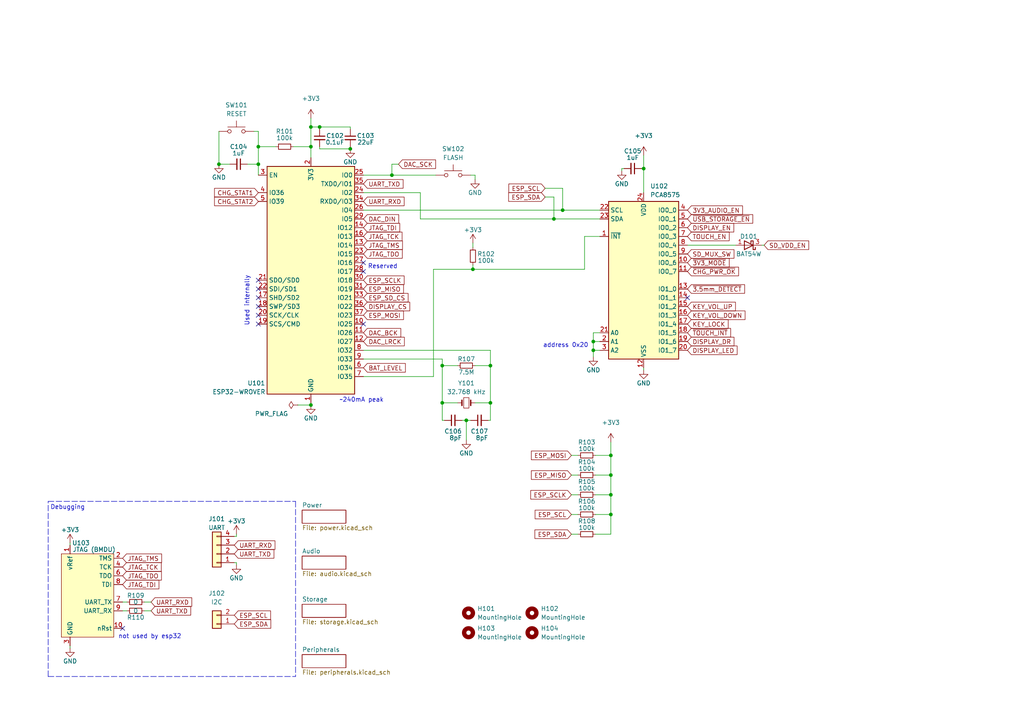
<source format=kicad_sch>
(kicad_sch (version 20211123) (generator eeschema)
  (paper "A4")
  (title_block (date "2022-09-04") (rev "1"))
  (lib_symbols
    (symbol "Connector_Generic:Conn_01x02" (pin_names (offset 1.016) hide)
      (property "Reference" "J" (at 0 2.54 0))
      (property "Value" "Conn_01x02" (at 0 -5.08 0))
      (symbol "Conn_01x02_1_1"
        (rectangle (start -1.27 -2.413) (end 0 -2.667) (stroke (width 0.1524)))
        (rectangle (start -1.27 0.127) (end 0 -0.127) (stroke (width 0.1524)))
        (rectangle (start -1.27 1.27) (end 1.27 -3.81) (stroke (width 0.254)) (fill (type background)))
        (pin passive line (at -5.08 0 0) (length 3.81) (name "Pin_1") (number "1"))
        (pin passive line (at -5.08 -2.54 0) (length 3.81) (name "Pin_2") (number "2"))
      )
    )
    (symbol "Connector_Generic:Conn_01x04" (pin_names (offset 1.016) hide)
      (property "Reference" "J" (at 0 5.08 0))
      (property "Value" "Conn_01x04" (at 0 -7.62 0))
      (symbol "Conn_01x04_1_1"
        (rectangle (start -1.27 -4.953) (end 0 -5.207) (stroke (width 0.1524)))
        (rectangle (start -1.27 -2.413) (end 0 -2.667) (stroke (width 0.1524)))
        (rectangle (start -1.27 0.127) (end 0 -0.127) (stroke (width 0.1524)))
        (rectangle (start -1.27 2.667) (end 0 2.413) (stroke (width 0.1524)))
        (rectangle (start -1.27 3.81) (end 1.27 -6.35) (stroke (width 0.254)) (fill (type background)))
        (pin passive line (at -5.08 2.54 0) (length 3.81) (name "Pin_1") (number "1"))
        (pin passive line (at -5.08 0 0) (length 3.81) (name "Pin_2") (number "2"))
        (pin passive line (at -5.08 -2.54 0) (length 3.81) (name "Pin_3") (number "3"))
        (pin passive line (at -5.08 -5.08 0) (length 3.81) (name "Pin_4") (number "4"))
      )
    )
    (symbol "Device:C_Small" (pin_numbers hide) (pin_names (offset 0.254) hide)
      (property "Reference" "C" (at 0.254 1.778 0))
      (property "Value" "C_Small" (at 0.254 -2.032 0))
      (symbol "C_Small_0_1"
        (polyline (pts (xy -1.524 -0.508) (xy 1.524 -0.508)) (stroke (width 0.3302)))
        (polyline (pts (xy -1.524 0.508) (xy 1.524 0.508)) (stroke (width 0.3048)))
      )
      (symbol "C_Small_1_1"
        (pin passive line (at 0 2.54 270) (length 2.032) (name "~") (number "1"))
        (pin passive line (at 0 -2.54 90) (length 2.032) (name "~") (number "2"))
      )
    )
    (symbol "Device:Crystal_Small" (pin_numbers hide) (pin_names (offset 1.016) hide)
      (property "Reference" "Y" (at 0 2.54 0))
      (property "Value" "Crystal_Small" (at 0 -2.54 0))
      (symbol "Crystal_Small_0_1"
        (rectangle (start -0.762 -1.524) (end 0.762 1.524))
        (polyline (pts (xy -1.27 -0.762) (xy -1.27 0.762)) (stroke (width 0.381)))
        (polyline (pts (xy 1.27 -0.762) (xy 1.27 0.762)) (stroke (width 0.381)))
      )
      (symbol "Crystal_Small_1_1"
        (pin passive line (at -2.54 0 0) (length 1.27) (name "1") (number "1"))
        (pin passive line (at 2.54 0 180) (length 1.27) (name "2") (number "2"))
      )
    )
    (symbol "Device:R_Small" (pin_numbers hide) (pin_names (offset 0.254) hide)
      (property "Reference" "R" (at 0.762 0.508 0))
      (property "Value" "R_Small" (at 0.762 -1.016 0))
      (symbol "R_Small_0_1"
        (rectangle (start -0.762 1.778) (end 0.762 -1.778) (stroke (width 0.2032)))
      )
      (symbol "R_Small_1_1"
        (pin passive line (at 0 2.54 270) (length 0.762) (name "~") (number "1"))
        (pin passive line (at 0 -2.54 90) (length 0.762) (name "~") (number "2"))
      )
    )
    (symbol "Diode:BAT54W" (pin_names (offset 1.016) hide)
      (property "Reference" "D" (at 0 2.54 0))
      (property "Value" "BAT54W" (at 0 -2.54 0))
      (symbol "BAT54W_0_1"
        (polyline (pts (xy 1.27 0) (xy -1.27 0)))
        (polyline (pts (xy 1.27 1.27) (xy 1.27 -1.27) (xy -1.27 0) (xy 1.27 1.27)) (stroke (width 0.254)))
        (polyline (pts (xy -1.905 0.635) (xy -1.905 1.27) (xy -1.27 1.27) (xy -1.27 -1.27) (xy -0.635 -1.27) (xy -0.635 -0.635)) (stroke (width 0.254)))
      )
      (symbol "BAT54W_1_1"
        (pin passive line (at 3.81 0 180) (length 2.54) (name "A") (number "1"))
        (pin no_connect line (at 0 0 90) (length 2.54) hide (name "NC") (number "2"))
        (pin passive line (at -3.81 0 0) (length 2.54) (name "K") (number "3"))
      )
    )
    (symbol "Interface_Expansion:PCA9555D"
      (property "Reference" "U" (at -8.89 24.13 0))
      (property "Value" "PCA9555D" (at 6.35 24.13 0))
      (symbol "PCA9555D_0_1"
        (rectangle (start -10.16 22.86) (end 10.16 -22.86) (stroke (width 0.254)) (fill (type background)))
      )
      (symbol "PCA9555D_1_1"
        (pin open_collector line (at -12.7 12.7 0) (length 2.54) (name "~{INT}") (number "1"))
        (pin bidirectional line (at 12.7 5.08 180) (length 2.54) (name "IO0_6") (number "10"))
        (pin bidirectional line (at 12.7 2.54 180) (length 2.54) (name "IO0_7") (number "11"))
        (pin power_in line (at 0 -25.4 90) (length 2.54) (name "VSS") (number "12"))
        (pin bidirectional line (at 12.7 -2.54 180) (length 2.54) (name "IO1_0") (number "13"))
        (pin bidirectional line (at 12.7 -5.08 180) (length 2.54) (name "IO1_1") (number "14"))
        (pin bidirectional line (at 12.7 -7.62 180) (length 2.54) (name "IO1_2") (number "15"))
        (pin bidirectional line (at 12.7 -10.16 180) (length 2.54) (name "IO1_3") (number "16"))
        (pin bidirectional line (at 12.7 -12.7 180) (length 2.54) (name "IO1_4") (number "17"))
        (pin bidirectional line (at 12.7 -15.24 180) (length 2.54) (name "IO1_5") (number "18"))
        (pin bidirectional line (at 12.7 -17.78 180) (length 2.54) (name "IO1_6") (number "19"))
        (pin input line (at -12.7 -17.78 0) (length 2.54) (name "A1") (number "2"))
        (pin bidirectional line (at 12.7 -20.32 180) (length 2.54) (name "IO1_7") (number "20"))
        (pin input line (at -12.7 -15.24 0) (length 2.54) (name "A0") (number "21"))
        (pin input line (at -12.7 20.32 0) (length 2.54) (name "SCL") (number "22"))
        (pin bidirectional line (at -12.7 17.78 0) (length 2.54) (name "SDA") (number "23"))
        (pin power_in line (at 0 25.4 270) (length 2.54) (name "VDD") (number "24"))
        (pin input line (at -12.7 -20.32 0) (length 2.54) (name "A2") (number "3"))
        (pin bidirectional line (at 12.7 20.32 180) (length 2.54) (name "IO0_0") (number "4"))
        (pin bidirectional line (at 12.7 17.78 180) (length 2.54) (name "IO0_1") (number "5"))
        (pin bidirectional line (at 12.7 15.24 180) (length 2.54) (name "IO0_2") (number "6"))
        (pin bidirectional line (at 12.7 12.7 180) (length 2.54) (name "IO0_3") (number "7"))
        (pin bidirectional line (at 12.7 10.16 180) (length 2.54) (name "IO0_4") (number "8"))
        (pin bidirectional line (at 12.7 7.62 180) (length 2.54) (name "IO0_5") (number "9"))
      )
    )
    (symbol "Mechanical:MountingHole" (pin_names (offset 1.016))
      (property "Reference" "H" (at 0 5.08 0))
      (property "Value" "MountingHole" (at 0 3.175 0))
      (symbol "MountingHole_0_1"
        (circle (center 0 0) (radius 1.27) (stroke (width 1.27)))
      )
    )
    (symbol "RF_Module:ESP32-WROOM-32U"
      (property "Reference" "U101" (at -18.415 -29.845 0))
      (property "Value" "ESP32-WROOM-32UE" (at -34.29 -32.385 0))
      (symbol "ESP32-WROOM-32U_0_1"
        (rectangle (start -12.7 33.02) (end 12.7 -33.02) (stroke (width 0.254)) (fill (type background)))
      )
      (symbol "ESP32-WROOM-32U_1_1"
        (pin power_in line (at 0 -35.56 90) (length 2.54) (name "GND") (number "1"))
        (pin bidirectional line (at 15.24 -12.7 180) (length 2.54) (name "IO25") (number "10"))
        (pin bidirectional line (at 15.24 -15.24 180) (length 2.54) (name "IO26") (number "11"))
        (pin bidirectional line (at 15.24 -17.78 180) (length 2.54) (name "IO27") (number "12"))
        (pin bidirectional line (at 15.24 10.16 180) (length 2.54) (name "IO14") (number "13"))
        (pin bidirectional line (at 15.24 15.24 180) (length 2.54) (name "IO12") (number "14"))
        (pin passive line (at 0 -35.56 90) (length 2.54) hide (name "GND") (number "15"))
        (pin bidirectional line (at 15.24 12.7 180) (length 2.54) (name "IO13") (number "16"))
        (pin bidirectional line (at -15.24 -5.08 0) (length 2.54) (name "SHD/SD2") (number "17"))
        (pin bidirectional line (at -15.24 -7.62 0) (length 2.54) (name "SWP/SD3") (number "18"))
        (pin bidirectional line (at -15.24 -12.7 0) (length 2.54) (name "SCS/CMD") (number "19"))
        (pin power_in line (at 0 35.56 270) (length 2.54) (name "3V3") (number "2"))
        (pin bidirectional line (at -15.24 -10.16 0) (length 2.54) (name "SCK/CLK") (number "20"))
        (pin bidirectional line (at -15.24 0 0) (length 2.54) (name "SDO/SD0") (number "21"))
        (pin bidirectional line (at -15.24 -2.54 0) (length 2.54) (name "SDI/SD1") (number "22"))
        (pin bidirectional line (at 15.24 7.62 180) (length 2.54) (name "IO15") (number "23"))
        (pin bidirectional line (at 15.24 25.4 180) (length 2.54) (name "IO2") (number "24"))
        (pin bidirectional line (at 15.24 30.48 180) (length 2.54) (name "IO0") (number "25"))
        (pin bidirectional line (at 15.24 20.32 180) (length 2.54) (name "IO4") (number "26"))
        (pin bidirectional line (at 15.24 5.08 180) (length 2.54) (name "IO16") (number "27"))
        (pin bidirectional line (at 15.24 2.54 180) (length 2.54) (name "IO17") (number "28"))
        (pin bidirectional line (at 15.24 17.78 180) (length 2.54) (name "IO5") (number "29"))
        (pin input line (at -15.24 30.48 0) (length 2.54) (name "EN") (number "3"))
        (pin bidirectional line (at 15.24 0 180) (length 2.54) (name "IO18") (number "30"))
        (pin bidirectional line (at 15.24 -2.54 180) (length 2.54) (name "IO19") (number "31"))
        (pin no_connect line (at -12.7 -27.94 0) (length 2.54) hide (name "NC") (number "32"))
        (pin bidirectional line (at 15.24 -5.08 180) (length 2.54) (name "IO21") (number "33"))
        (pin bidirectional line (at 15.24 22.86 180) (length 2.54) (name "RXD0/IO3") (number "34"))
        (pin bidirectional line (at 15.24 27.94 180) (length 2.54) (name "TXD0/IO1") (number "35"))
        (pin bidirectional line (at 15.24 -7.62 180) (length 2.54) (name "IO22") (number "36"))
        (pin bidirectional line (at 15.24 -10.16 180) (length 2.54) (name "IO23") (number "37"))
        (pin passive line (at 0 -35.56 90) (length 2.54) hide (name "GND") (number "38"))
        (pin passive line (at 0 -35.56 90) (length 2.54) hide (name "GND") (number "39"))
        (pin input line (at -15.24 25.4 0) (length 2.54) (name "IO36") (number "4"))
        (pin input line (at -15.24 22.86 0) (length 2.54) (name "IO39") (number "5"))
        (pin input line (at 15.24 -25.4 180) (length 2.54) (name "IO34") (number "6"))
        (pin input line (at 15.24 -27.94 180) (length 2.54) (name "IO35") (number "7"))
        (pin bidirectional line (at 15.24 -20.32 180) (length 2.54) (name "IO32") (number "8"))
        (pin bidirectional line (at 15.24 -22.86 180) (length 2.54) (name "IO33") (number "9"))
      )
    )
    (symbol "Switch:SW_Push" (pin_numbers hide) (pin_names (offset 1.016) hide)
      (property "Reference" "SW" (at 1.27 2.54 0))
      (property "Value" "SW_Push" (at 0 -1.524 0))
      (symbol "SW_Push_0_1"
        (circle (center -2.032 0) (radius 0.508))
        (polyline (pts (xy 0 1.27) (xy 0 3.048)))
        (polyline (pts (xy 2.54 1.27) (xy -2.54 1.27)))
        (circle (center 2.032 0) (radius 0.508))
        (pin passive line (at -5.08 0 0) (length 2.54) (name "1") (number "1"))
        (pin passive line (at 5.08 0 180) (length 2.54) (name "2") (number "2"))
      )
    )
    (symbol "power:+3V3" (power) (pin_names (offset 0))
      (property "Value" "+3V3" (at 0 3.556 0))
      (symbol "+3V3_0_1"
        (polyline (pts (xy -0.762 1.27) (xy 0 2.54)))
        (polyline (pts (xy 0 0) (xy 0 2.54)))
        (polyline (pts (xy 0 2.54) (xy 0.762 1.27)))
      )
      (symbol "+3V3_1_1"
        (pin power_in line (at 0 0 90) (length 0) hide (name "+3V3") (number "1"))
      )
    )
    (symbol "power:GND" (power) (pin_names (offset 0))
      (property "Value" "GND" (at 0 -3.81 0))
      (symbol "GND_0_1"
        (polyline (pts (xy 0 0) (xy 0 -1.27) (xy 1.27 -1.27) (xy 0 -2.54) (xy -1.27 -1.27) (xy 0 -1.27)))
      )
      (symbol "GND_1_1"
        (pin power_in line (at 0 0 270) (length 0) hide (name "GND") (number "1"))
      )
    )
    (symbol "power:PWR_FLAG" (power) (pin_numbers hide) (pin_names (offset 0) hide)
      (property "Value" "PWR_FLAG" (at 0 3.81 0))
      (symbol "PWR_FLAG_0_0"
        (pin power_out line (at 0 0 90) (length 0) (name "pwr") (number "1"))
      )
      (symbol "PWR_FLAG_0_1"
        (polyline (pts (xy 0 0) (xy 0 1.27) (xy -1.016 1.905) (xy 0 2.54) (xy 1.016 1.905) (xy 0 1.27)))
      )
    )
    (symbol "symbols:BMDU"
      (property "Reference" "U" (at -5.08 6.35 0))
      (property "Value" "BMDU" (at -5.08 6.35 0))
      (symbol "BMDU_0_0"
        (pin unspecified line (at -5.08 20.32 270) (length 2.54) (name "vRef") (number "1"))
        (pin unspecified line (at 10.16 -3.81 180) (length 2.54) (name "nRst") (number "10"))
        (pin unspecified line (at 10.16 16.51 180) (length 2.54) (name "TMS") (number "2"))
        (pin unspecified line (at -5.08 -8.89 90) (length 2.54) (name "GND") (number "3"))
        (pin unspecified line (at 10.16 13.97 180) (length 2.54) (name "TCK") (number "4"))
        (pin unspecified line (at -5.08 -8.89 90) (length 2.54) hide (name "GND") (number "5"))
        (pin unspecified line (at 10.16 11.43 180) (length 2.54) (name "TDO") (number "6"))
        (pin unspecified line (at 10.16 3.81 180) (length 2.54) (name "UART_TX") (number "7"))
        (pin unspecified line (at 10.16 8.89 180) (length 2.54) (name "TDI") (number "8"))
        (pin unspecified line (at 10.16 1.27 180) (length 2.54) (name "UART_RX") (number "9"))
      )
      (symbol "BMDU_0_1"
        (rectangle (start -7.62 17.78) (end 7.62 -6.35) (fill (type background)))
      )
    )
  )
  (junction (at 90.17 42.545))
  (junction (at 128.27 106.045))
  (junction (at 177.165 143.51))
  (junction (at 137.16 78.105))
  (junction (at 113.665 50.8))
  (junction (at 163.195 60.96))
  (junction (at 177.165 132.08))
  (junction (at 172.085 101.6))
  (junction (at 135.255 121.92))
  (junction (at 101.6 43.18))
  (junction (at 63.5 47.625))
  (junction (at 160.655 63.5))
  (junction (at 74.93 47.625))
  (junction (at 172.085 99.06))
  (junction (at 92.71 36.83))
  (junction (at 142.24 106.045))
  (junction (at 177.165 137.795))
  (junction (at 90.17 36.83))
  (junction (at 142.24 116.84))
  (junction (at 128.27 116.84))
  (junction (at 177.165 149.225))
  (junction (at 74.93 42.545))
  (junction (at 186.69 48.895))
  (junction (at 90.17 117.475))
  (no_connect (at 74.93 81.28))
  (no_connect (at 74.93 83.82))
  (no_connect (at 74.93 86.36))
  (no_connect (at 74.93 88.9))
  (no_connect (at 74.93 91.44))
  (no_connect (at 74.93 93.98))
  (no_connect (at 105.41 76.2))
  (no_connect (at 105.41 78.74))
  (no_connect (at 35.56 182.245))
  (no_connect (at 199.39 86.36))
  (no_connect (at 105.41 93.98))
  (wire (pts (xy 165.735 149.225) (xy 167.64 149.225)))
  (wire (pts (xy 173.99 99.06) (xy 172.085 99.06)))
  (wire (pts (xy 128.27 116.84) (xy 132.715 116.84)))
  (wire (pts (xy 172.72 149.225) (xy 177.165 149.225)))
  (wire (pts (xy 180.975 48.895) (xy 180.34 48.895)))
  (wire (pts (xy 142.24 106.045) (xy 142.24 116.84)))
  (wire (pts (xy 36.8151 177.165) (xy 35.56 177.165)))
  (wire (pts (xy 169.545 78.105) (xy 137.16 78.105)))
  (wire (pts (xy 113.665 47.625) (xy 113.665 50.8)))
  (wire (pts (xy 172.085 96.52) (xy 172.085 99.06)))
  (wire (pts (xy 172.72 132.08) (xy 177.165 132.08)))
  (wire (pts (xy 165.735 143.51) (xy 167.64 143.51)))
  (wire (pts (xy 73.66 38.1) (xy 74.93 38.1)))
  (wire (pts (xy 128.27 116.84) (xy 128.27 121.92)))
  (wire (pts (xy 137.795 50.8) (xy 137.795 52.07)))
  (wire (pts (xy 105.41 101.6) (xy 142.24 101.6)))
  (wire (pts (xy 92.71 42.545) (xy 92.71 43.18)))
  (wire (pts (xy 63.5 38.1) (xy 63.5 47.625)))
  (wire (pts (xy 105.41 104.14) (xy 128.27 104.14)))
  (wire (pts (xy 177.165 143.51) (xy 177.165 149.225)))
  (wire (pts (xy 90.17 36.83) (xy 90.17 42.545)))
  (wire (pts (xy 121.92 55.88) (xy 121.92 63.5)))
  (wire (pts (xy 85.09 42.545) (xy 90.17 42.545)))
  (wire (pts (xy 158.115 54.61) (xy 163.195 54.61)))
  (wire (pts (xy 105.41 55.88) (xy 121.92 55.88)))
  (wire (pts (xy 165.735 137.795) (xy 167.64 137.795)))
  (wire (pts (xy 74.93 38.1) (xy 74.93 42.545)))
  (wire (pts (xy 67.945 163.195) (xy 68.58 163.195)))
  (wire (pts (xy 165.735 132.08) (xy 167.64 132.08)))
  (wire (pts (xy 135.255 121.92) (xy 135.255 127.635)))
  (wire (pts (xy 71.755 47.625) (xy 74.93 47.625)))
  (wire (pts (xy 90.17 117.475) (xy 90.17 116.84)))
  (wire (pts (xy 74.93 42.545) (xy 74.93 47.625)))
  (wire (pts (xy 92.71 36.83) (xy 101.6 36.83)))
  (wire (pts (xy 20.32 157.48) (xy 20.32 158.115)))
  (wire (pts (xy 186.69 107.315) (xy 186.69 106.68)))
  (wire (pts (xy 36.83 174.625) (xy 35.56 174.625)))
  (wire (pts (xy 43.815 177.165) (xy 41.8951 177.165)))
  (polyline (pts (xy 13.97 196.215) (xy 13.97 145.415)))
  (wire (pts (xy 221.615 71.12) (xy 220.98 71.12)))
  (wire (pts (xy 177.165 128.27) (xy 177.165 132.08)))
  (wire (pts (xy 105.41 50.8) (xy 113.665 50.8)))
  (wire (pts (xy 142.24 101.6) (xy 142.24 106.045)))
  (wire (pts (xy 186.69 45.085) (xy 186.69 48.895)))
  (wire (pts (xy 172.72 143.51) (xy 177.165 143.51)))
  (wire (pts (xy 177.165 149.225) (xy 177.165 154.94)))
  (wire (pts (xy 177.165 154.94) (xy 172.72 154.94)))
  (wire (pts (xy 101.6 37.465) (xy 101.6 36.83)))
  (wire (pts (xy 115.57 47.625) (xy 113.665 47.625)))
  (wire (pts (xy 133.985 121.92) (xy 135.255 121.92)))
  (wire (pts (xy 90.17 42.545) (xy 90.17 45.72)))
  (wire (pts (xy 169.545 68.58) (xy 173.99 68.58)))
  (wire (pts (xy 128.27 106.045) (xy 132.715 106.045)))
  (wire (pts (xy 128.27 106.045) (xy 128.27 116.84)))
  (wire (pts (xy 136.525 50.8) (xy 137.795 50.8)))
  (wire (pts (xy 177.165 137.795) (xy 177.165 143.51)))
  (wire (pts (xy 68.58 154.94) (xy 68.58 155.575)))
  (wire (pts (xy 113.665 50.8) (xy 126.365 50.8)))
  (wire (pts (xy 163.195 60.96) (xy 173.99 60.96)))
  (wire (pts (xy 142.24 116.84) (xy 142.24 121.92)))
  (wire (pts (xy 169.545 68.58) (xy 169.545 78.105)))
  (wire (pts (xy 63.5 47.625) (xy 66.675 47.625)))
  (wire (pts (xy 105.41 60.96) (xy 163.195 60.96)))
  (wire (pts (xy 90.17 34.29) (xy 90.17 36.83)))
  (wire (pts (xy 128.27 104.14) (xy 128.27 106.045)))
  (wire (pts (xy 90.17 36.83) (xy 92.71 36.83)))
  (wire (pts (xy 92.71 43.18) (xy 101.6 43.18)))
  (wire (pts (xy 172.085 99.06) (xy 172.085 101.6)))
  (wire (pts (xy 213.36 71.12) (xy 199.39 71.12)))
  (wire (pts (xy 160.655 57.15) (xy 160.655 63.5)))
  (wire (pts (xy 105.41 109.22) (xy 125.73 109.22)))
  (wire (pts (xy 86.36 117.475) (xy 90.17 117.475)))
  (wire (pts (xy 74.93 47.625) (xy 74.93 50.8)))
  (wire (pts (xy 137.16 71.755) (xy 137.16 70.485)))
  (wire (pts (xy 80.01 42.545) (xy 74.93 42.545)))
  (wire (pts (xy 180.34 48.895) (xy 180.34 49.53)))
  (wire (pts (xy 137.795 106.045) (xy 142.24 106.045)))
  (polyline (pts (xy 13.97 145.415) (xy 85.725 145.415)))
  (wire (pts (xy 186.055 48.895) (xy 186.69 48.895)))
  (wire (pts (xy 172.72 137.795) (xy 177.165 137.795)))
  (wire (pts (xy 173.99 101.6) (xy 172.085 101.6)))
  (wire (pts (xy 186.69 48.895) (xy 186.69 55.88)))
  (wire (pts (xy 141.605 121.92) (xy 142.24 121.92)))
  (wire (pts (xy 135.255 121.92) (xy 136.525 121.92)))
  (wire (pts (xy 163.195 54.61) (xy 163.195 60.96)))
  (wire (pts (xy 160.655 63.5) (xy 173.99 63.5)))
  (wire (pts (xy 43.815 174.625) (xy 41.91 174.625)))
  (wire (pts (xy 68.58 155.575) (xy 67.945 155.575)))
  (wire (pts (xy 92.71 36.83) (xy 92.71 37.465)))
  (wire (pts (xy 158.115 57.15) (xy 160.655 57.15)))
  (wire (pts (xy 101.6 43.18) (xy 101.6 42.545)))
  (wire (pts (xy 125.73 78.105) (xy 125.73 109.22)))
  (wire (pts (xy 177.165 132.08) (xy 177.165 137.795)))
  (wire (pts (xy 172.085 101.6) (xy 172.085 103.505)))
  (wire (pts (xy 128.905 121.92) (xy 128.27 121.92)))
  (polyline (pts (xy 13.97 196.215) (xy 85.725 196.215)))
  (wire (pts (xy 121.92 63.5) (xy 160.655 63.5)))
  (wire (pts (xy 20.32 187.325) (xy 20.32 187.96)))
  (wire (pts (xy 137.16 76.835) (xy 137.16 78.105)))
  (polyline (pts (xy 85.725 145.415) (xy 85.725 196.215)))
  (wire (pts (xy 137.16 78.105) (xy 125.73 78.105)))
  (wire (pts (xy 165.735 154.94) (xy 167.64 154.94)))
  (wire (pts (xy 137.795 116.84) (xy 142.24 116.84)))
  (wire (pts (xy 68.58 163.195) (xy 68.58 163.83)))
  (wire (pts (xy 173.99 96.52) (xy 172.085 96.52)))
  (text "~240mA peak" (at 98.425 116.84 0) (effects (font (size 1.27 1.27)) (justify left bottom)))
  (text "not used by esp32" (at 34.29 185.42 0) (effects (font (size 1.27 1.27)) (justify left bottom)))
  (text "Used internally" (at 72.39 94.615 90) (effects (font (size 1.27 1.27)) (justify left bottom)))
  (text "address 0x20" (at 157.48 100.965 0) (effects (font (size 1.27 1.27)) (justify left bottom)))
  (text "Debugging" (at 14.605 147.955 0) (effects (font (size 1.27 1.27)) (justify left bottom)))
  (text "Reserved" (at 106.68 78.105 0) (effects (font (size 1.27 1.27)) (justify left bottom)))
  (global_label "UART_TXD" (shape input) (at 105.41 53.34 0) (property "Intersheet References" "${INTERSHEET_REFS}" (effects hide)))
  (global_label "CHG_STAT1" (shape input) (at 74.93 55.88 180) (property "Intersheet References" "${INTERSHEET_REFS}" (effects hide)))
  (global_label "JTAG_TDI" (shape input) (at 35.56 169.545 0) (property "Intersheet References" "${INTERSHEET_REFS}" (effects hide)))
  (global_label "JTAG_TCK" (shape input) (at 35.56 164.465 0) (property "Intersheet References" "${INTERSHEET_REFS}" (effects hide)))
  (global_label "JTAG_TDO" (shape input) (at 35.56 167.005 0) (property "Intersheet References" "${INTERSHEET_REFS}" (effects hide)))
  (global_label "KEY_VOL_DOWN" (shape input) (at 199.39 91.44 0) (property "Intersheet References" "${INTERSHEET_REFS}" (effects hide)))
  (global_label "DAC_LRCK" (shape input) (at 105.41 99.06 0) (property "Intersheet References" "${INTERSHEET_REFS}" (effects hide)))
  (global_label "BAT_LEVEL" (shape input) (at 105.41 106.68 0) (property "Intersheet References" "${INTERSHEET_REFS}" (effects hide)))
  (global_label "UART_RXD" (shape input) (at 67.945 158.115 0) (property "Intersheet References" "${INTERSHEET_REFS}" (effects hide)))
  (global_label "UART_RXD" (shape input) (at 105.41 58.42 0) (property "Intersheet References" "${INTERSHEET_REFS}" (effects hide)))
  (global_label "DAC_SCK" (shape input) (at 115.57 47.625 0) (property "Intersheet References" "${INTERSHEET_REFS}" (effects hide)))
  (global_label "ESP_MOSI" (shape input) (at 105.41 91.44 0) (property "Intersheet References" "${INTERSHEET_REFS}" (effects hide)))
  (global_label "DAC_BCK" (shape input) (at 105.41 96.52 0) (property "Intersheet References" "${INTERSHEET_REFS}" (effects hide)))
  (global_label "~{TOUCH_INT}" (shape input) (at 199.39 96.52 0) (property "Intersheet References" "${INTERSHEET_REFS}" (effects hide)))
  (global_label "DISPLAY_EN" (shape input) (at 199.39 66.04 0) (property "Intersheet References" "${INTERSHEET_REFS}" (effects hide)))
  (global_label "KEY_VOL_UP" (shape input) (at 199.39 88.9 0) (property "Intersheet References" "${INTERSHEET_REFS}" (effects hide)))
  (global_label "ESP_SCL" (shape input) (at 165.735 149.225 180) (property "Intersheet References" "${INTERSHEET_REFS}" (effects hide)))
  (global_label "ESP_SCL" (shape input) (at 67.945 178.435 0) (property "Intersheet References" "${INTERSHEET_REFS}" (effects hide)))
  (global_label "~{CHG_PWR_OK}" (shape input) (at 199.39 78.74 0) (property "Intersheet References" "${INTERSHEET_REFS}" (effects hide)))
  (global_label "ESP_SDA" (shape input) (at 165.735 154.94 180) (property "Intersheet References" "${INTERSHEET_REFS}" (effects hide)))
  (global_label "ESP_SD_CS" (shape input) (at 105.41 86.36 0) (property "Intersheet References" "${INTERSHEET_REFS}" (effects hide)))
  (global_label "3V3_AUDIO_EN" (shape input) (at 199.39 60.96 0) (property "Intersheet References" "${INTERSHEET_REFS}" (effects hide)))
  (global_label "JTAG_TCK" (shape input) (at 105.41 68.58 0) (property "Intersheet References" "${INTERSHEET_REFS}" (effects hide)))
  (global_label "UART_TXD" (shape input) (at 67.945 160.655 0) (property "Intersheet References" "${INTERSHEET_REFS}" (effects hide)))
  (global_label "ESP_SCLK" (shape input) (at 165.735 143.51 180) (property "Intersheet References" "${INTERSHEET_REFS}" (effects hide)))
  (global_label "JTAG_TDO" (shape input) (at 105.41 73.66 0) (property "Intersheet References" "${INTERSHEET_REFS}" (effects hide)))
  (global_label "SD_VDD_EN" (shape input) (at 221.615 71.12 0) (property "Intersheet References" "${INTERSHEET_REFS}" (effects hide)))
  (global_label "~{USB_STORAGE_EN}" (shape input) (at 199.39 63.5 0) (property "Intersheet References" "${INTERSHEET_REFS}" (effects hide)))
  (global_label "CHG_STAT2" (shape input) (at 74.93 58.42 180) (property "Intersheet References" "${INTERSHEET_REFS}" (effects hide)))
  (global_label "TOUCH_EN" (shape input) (at 199.39 68.58 0) (property "Intersheet References" "${INTERSHEET_REFS}" (effects hide)))
  (global_label "DISPLAY_LED" (shape input) (at 199.39 101.6 0) (property "Intersheet References" "${INTERSHEET_REFS}" (effects hide)))
  (global_label "ESP_MISO" (shape input) (at 105.41 83.82 0) (property "Intersheet References" "${INTERSHEET_REFS}" (effects hide)))
  (global_label "~{3.5mm_DETECT}" (shape input) (at 199.39 83.82 0) (property "Intersheet References" "${INTERSHEET_REFS}" (effects hide)))
  (global_label "DISPLAY_DR" (shape input) (at 199.39 99.06 0) (property "Intersheet References" "${INTERSHEET_REFS}" (effects hide)))
  (global_label "UART_TXD" (shape input) (at 43.815 177.165 0) (property "Intersheet References" "${INTERSHEET_REFS}" (effects hide)))
  (global_label "KEY_LOCK" (shape input) (at 199.39 93.98 0) (property "Intersheet References" "${INTERSHEET_REFS}" (effects hide)))
  (global_label "ESP_MOSI" (shape input) (at 165.735 132.08 180) (property "Intersheet References" "${INTERSHEET_REFS}" (effects hide)))
  (global_label "JTAG_TDI" (shape input) (at 105.41 66.04 0) (property "Intersheet References" "${INTERSHEET_REFS}" (effects hide)))
  (global_label "ESP_SCLK" (shape input) (at 105.41 81.28 0) (property "Intersheet References" "${INTERSHEET_REFS}" (effects hide)))
  (global_label "SD_MUX_SW" (shape input) (at 199.39 73.66 0) (property "Intersheet References" "${INTERSHEET_REFS}" (effects hide)))
  (global_label "DISPLAY_CS" (shape input) (at 105.41 88.9 0) (property "Intersheet References" "${INTERSHEET_REFS}" (effects hide)))
  (global_label "UART_RXD" (shape input) (at 43.815 174.625 0) (property "Intersheet References" "${INTERSHEET_REFS}" (effects hide)))
  (global_label "ESP_SDA" (shape input) (at 67.945 180.975 0) (property "Intersheet References" "${INTERSHEET_REFS}" (effects hide)))
  (global_label "JTAG_TMS" (shape input) (at 105.41 71.12 0) (property "Intersheet References" "${INTERSHEET_REFS}" (effects hide)))
  (global_label "~{3V3_MODE}" (shape input) (at 199.39 76.2 0) (property "Intersheet References" "${INTERSHEET_REFS}" (effects hide)))
  (global_label "ESP_SDA" (shape input) (at 158.115 57.15 180) (property "Intersheet References" "${INTERSHEET_REFS}" (effects hide)))
  (global_label "ESP_SCL" (shape input) (at 158.115 54.61 180) (property "Intersheet References" "${INTERSHEET_REFS}" (effects hide)))
  (global_label "DAC_DIN" (shape input) (at 105.41 63.5 0) (property "Intersheet References" "${INTERSHEET_REFS}" (effects hide)))
  (global_label "ESP_MISO" (shape input) (at 165.735 137.795 180) (property "Intersheet References" "${INTERSHEET_REFS}" (effects hide)))
  (global_label "JTAG_TMS" (shape input) (at 35.56 161.925 0) (property "Intersheet References" "${INTERSHEET_REFS}" (effects hide)))
  (symbol (lib_id "power:+3V3") (at 68.58 154.94 0) (unit 1)
    (property "Reference" "#PWR0109" (effects hide))
    (property "Value" "+3V3" (at 68.58 151.13 0))
  )
  (symbol (lib_id "Switch:SW_Push") (at 68.58 38.1 0) (unit 1)
    (property "Reference" "SW101" (at 68.58 30.48 0))
    (property "Value" "RESET" (at 68.58 33.02 0))
    (property "Footprint" "Button_Switch_SMD:SW_SPST_EVQP7C" (effects hide))
  )
  (symbol (lib_id "power:GND") (at 90.17 117.475 0) (unit 1)
    (property "Reference" "#PWR0115" (effects hide))
    (property "Value" "GND" (at 90.17 121.285 0))
  )
  (symbol (lib_id "power:+3V3") (at 20.32 157.48 0) (unit 1)
    (property "Reference" "#PWR0117" (effects hide))
    (property "Value" "+3V3" (at 20.32 153.67 0))
  )
  (symbol (lib_id "Device:C_Small") (at 183.515 48.895 270) (unit 1)
    (property "Reference" "C105" (at 183.515 43.815 90))
    (property "Value" "1uF" (at 183.515 45.72 90))
    (property "Footprint" "Capacitor_SMD:C_0805_2012Metric" (effects hide))
    (property "PN" "EMK212BJ105KG-T" (effects hide))
  )
  (symbol (lib_id "power:GND") (at 68.58 163.83 0) (unit 1)
    (property "Reference" "#PWR0103" (effects hide))
    (property "Value" "GND" (at 68.58 167.64 0))
  )
  (symbol (lib_id "Mechanical:MountingHole") (at 135.89 183.515 0) (unit 1) (in_bom no)
    (property "Reference" "H103" (at 138.43 182.2449 0) (effects (justify left)))
    (property "Value" "MountingHole" (at 138.43 184.7849 0) (effects (justify left)))
    (property "Footprint" "MountingHole:MountingHole_2.2mm_M2" (effects hide))
  )
  (symbol (lib_id "RF_Module:ESP32-WROOM-32U") (at 90.17 81.28 0) (unit 1)
    (property "Reference" "U101" (at 71.755 111.125 0) (effects (justify left)))
    (property "Value" "ESP32-WROVER" (at 61.595 113.665 0) (effects (justify left)))
    (property "Footprint" "footprints:ESP32-WROVER" (effects hide))
    (property "Datasheet" "https://www.espressif.com/sites/default/files/documentation/esp32-wroom-32d_esp32-wroom-32u_datasheet_en.pdf" (effects hide))
    (property "PN" "ESP32-WROVER-IE-N16R8" (effects hide))
  )
  (symbol (lib_id "Device:R_Small") (at 170.18 132.08 270) (mirror x) (unit 1)
    (property "Reference" "R103" (at 170.18 128.27 90))
    (property "Value" "100k" (at 170.18 130.175 90))
    (property "Footprint" "Resistor_SMD:R_0603_1608Metric" (effects hide))
    (property "PN" "RC0603JR-10100KL" (effects hide))
  )
  (symbol (lib_id "Device:C_Small") (at 139.065 121.92 90) (unit 1)
    (property "Reference" "C107" (at 141.605 125.095 90) (effects (justify left)))
    (property "Value" "8pF" (at 141.605 127 90) (effects (justify left)))
    (property "Footprint" "Capacitor_SMD:C_0603_1608Metric" (effects hide))
    (property "PN" "GQM1875C2E8R0CB12D" (effects hide))
  )
  (symbol (lib_id "Device:C_Small") (at 92.71 40.005 0) (unit 1)
    (property "Reference" "C102" (at 97.155 39.37 0))
    (property "Value" "0.1uF" (at 97.155 41.275 0))
    (property "Footprint" "Capacitor_SMD:C_0805_2012Metric" (effects hide))
    (property "PN" "0805YD104KAT2A" (effects hide))
  )
  (symbol (lib_id "power:GND") (at 20.32 187.96 0) (unit 1)
    (property "Reference" "#PWR0118" (effects hide))
    (property "Value" "GND" (at 20.32 191.77 0))
  )
  (symbol (lib_id "Device:R_Small") (at 39.3551 177.165 90) (unit 1)
    (property "Reference" "R110" (at 39.37 179.07 90))
    (property "Value" "0" (at 39.37 177.165 90))
    (property "Footprint" "Resistor_SMD:R_0603_1608Metric" (effects hide))
  )
  (symbol (lib_id "power:GND") (at 137.795 52.07 0) (unit 1)
    (property "Reference" "#PWR0127" (effects hide))
    (property "Value" "GND" (at 137.795 55.88 0))
  )
  (symbol (lib_id "Interface_Expansion:PCA9555D") (at 186.69 81.28 0) (unit 1)
    (property "Reference" "U102" (at 188.595 53.975 0) (effects (justify left)))
    (property "Value" "PCA8575" (at 188.595 56.515 0) (effects (justify left)))
    (property "Footprint" "Package_SO:SSOP-24_3.9x8.7mm_P0.635mm" (effects hide))
    (property "Datasheet" "https://www.nxp.com/docs/en/data-sheet/PCA9555.pdf" (effects hide))
    (property "PN" "PCA8575" (effects hide))
  )
  (symbol (lib_id "Device:R_Small") (at 170.18 143.51 270) (mirror x) (unit 1)
    (property "Reference" "R105" (at 170.18 139.7 90))
    (property "Value" "100k" (at 170.18 141.605 90))
    (property "Footprint" "Resistor_SMD:R_0603_1608Metric" (effects hide))
    (property "PN" "RC0603JR-10100KL" (effects hide))
  )
  (symbol (lib_id "Device:R_Small") (at 39.37 174.625 90) (unit 1)
    (property "Reference" "R109" (at 39.37 172.72 90))
    (property "Value" "0" (at 39.37 174.625 90))
    (property "Footprint" "Resistor_SMD:R_0603_1608Metric" (effects hide))
  )
  (symbol (lib_id "power:GND") (at 63.5 47.625 0) (unit 1)
    (property "Reference" "#PWR0107" (effects hide))
    (property "Value" "GND" (at 63.5 51.435 0))
  )
  (symbol (lib_id "power:GND") (at 180.34 49.53 0) (unit 1)
    (property "Reference" "#PWR0108" (effects hide))
    (property "Value" "GND" (at 180.34 53.34 0))
  )
  (symbol (lib_id "Device:R_Small") (at 135.255 106.045 90) (unit 1)
    (property "Reference" "R107" (at 135.255 104.14 90))
    (property "Value" "7.5M" (at 135.255 107.95 90))
    (property "Footprint" "Resistor_SMD:R_0603_1608Metric" (effects hide))
    (property "PN" "RC0603FR-077M5L" (effects hide))
  )
  (symbol (lib_id "Device:R_Small") (at 170.18 149.225 270) (mirror x) (unit 1)
    (property "Reference" "R106" (at 170.18 145.415 90))
    (property "Value" "100k" (at 170.18 147.32 90))
    (property "Footprint" "Resistor_SMD:R_0603_1608Metric" (effects hide))
    (property "PN" "RC0603JR-10100KL" (effects hide))
  )
  (symbol (lib_id "power:+3V3") (at 177.165 128.27 0) (unit 1)
    (property "Reference" "#PWR0101" (effects hide))
    (property "Value" "+3V3" (at 177.165 122.555 0))
  )
  (symbol (lib_id "Device:R_Small") (at 82.55 42.545 90) (unit 1)
    (property "Reference" "R101" (at 82.55 38.1 90))
    (property "Value" "100k" (at 82.55 40.005 90))
    (property "Footprint" "Resistor_SMD:R_0603_1608Metric" (effects hide))
    (property "PN" "RC0603JR-10100KL" (effects hide))
  )
  (symbol (lib_id "Device:C_Small") (at 131.445 121.92 90) (unit 1)
    (property "Reference" "C106" (at 133.985 125.095 90) (effects (justify left)))
    (property "Value" "8pF" (at 133.985 127 90) (effects (justify left)))
    (property "Footprint" "Capacitor_SMD:C_0603_1608Metric" (effects hide))
    (property "PN" "GQM1875C2E8R0CB12D" (effects hide))
  )
  (symbol (lib_id "Device:R_Small") (at 137.16 74.295 0) (unit 1)
    (property "Reference" "R102" (at 140.97 73.66 0))
    (property "Value" "100k" (at 140.97 75.565 0))
    (property "Footprint" "Resistor_SMD:R_0603_1608Metric" (effects hide))
    (property "PN" "RC0603JR-10100KL" (effects hide))
  )
  (symbol (lib_id "power:GND") (at 172.085 103.505 0) (unit 1)
    (property "Reference" "#PWR0113" (effects hide))
    (property "Value" "GND" (at 172.085 107.315 0))
  )
  (symbol (lib_id "power:+3V3") (at 137.16 70.485 0) (unit 1)
    (property "Reference" "#PWR0104" (effects hide))
    (property "Value" "+3V3" (at 137.16 66.675 0))
  )
  (symbol (lib_id "Connector_Generic:Conn_01x04") (at 62.865 160.655 180) (unit 1)
    (property "Reference" "J101" (at 62.865 150.495 0))
    (property "Value" "UART" (at 62.865 153.035 0))
    (property "Footprint" "Connector_Molex:Molex_PicoBlade_53261-0471_1x04-1MP_P1.25mm_Horizontal" (effects hide))
    (property "PN" "53261-0471 " (effects hide))
  )
  (symbol (lib_id "Device:C_Small") (at 101.6 40.005 0) (unit 1)
    (property "Reference" "C103" (at 106.045 39.37 0))
    (property "Value" "22uF" (at 106.045 41.275 0))
    (property "Footprint" "Capacitor_SMD:C_0805_2012Metric" (effects hide))
    (property "PN" "EMK212BBJ226MG-T " (effects hide))
  )
  (symbol (lib_id "power:+3V3") (at 186.69 45.085 0) (unit 1)
    (property "Reference" "#PWR0106" (effects hide))
    (property "Value" "+3V3" (at 186.69 39.37 0))
  )
  (symbol (lib_id "Device:R_Small") (at 170.18 137.795 270) (mirror x) (unit 1)
    (property "Reference" "R104" (at 170.18 133.985 90))
    (property "Value" "100k" (at 170.18 135.89 90))
    (property "Footprint" "Resistor_SMD:R_0603_1608Metric" (effects hide))
    (property "PN" "RC0603JR-10100KL" (effects hide))
  )
  (symbol (lib_id "Device:R_Small") (at 170.18 154.94 270) (mirror x) (unit 1)
    (property "Reference" "R108" (at 170.18 151.13 90))
    (property "Value" "100k" (at 170.18 153.035 90))
    (property "Footprint" "Resistor_SMD:R_0603_1608Metric" (effects hide))
    (property "PN" "RC0603JR-10100KL" (effects hide))
  )
  (symbol (lib_id "power:GND") (at 135.255 127.635 0) (unit 1)
    (property "Reference" "#PWR0116" (effects hide))
    (property "Value" "GND" (at 135.255 131.445 0))
  )
  (symbol (lib_id "Mechanical:MountingHole") (at 135.89 177.8 0) (unit 1) (in_bom no)
    (property "Reference" "H101" (at 138.43 176.5299 0) (effects (justify left)))
    (property "Value" "MountingHole" (at 138.43 179.0699 0) (effects (justify left)))
    (property "Footprint" "MountingHole:MountingHole_2.2mm_M2" (effects hide))
  )
  (symbol (lib_id "power:PWR_FLAG") (at 86.36 117.475 90) (unit 1)
    (property "Reference" "#FLG0101" (effects hide))
    (property "Value" "PWR_FLAG" (at 78.74 120.015 90))
  )
  (symbol (lib_id "symbols:BMDU") (at 25.4 178.435 0) (unit 1)
    (property "Reference" "U103" (at 23.495 157.48 0))
    (property "Value" "JTAG (BMDU)" (at 27.305 159.385 0))
    (property "Footprint" "Connector_PinHeader_1.27mm:PinHeader_2x05_P1.27mm_Vertical_SMD" (effects hide))
    (property "Datasheet" "SAM8796-ND" (effects hide))
    (property "PN" "FTSH-105-01-F-DV-K" (effects hide))
  )
  (symbol (lib_id "power:GND") (at 186.69 107.315 0) (unit 1)
    (property "Reference" "#PWR0114" (effects hide))
    (property "Value" "GND" (at 186.69 111.125 0))
  )
  (symbol (lib_id "power:+3V3") (at 90.17 34.29 0) (unit 1)
    (property "Reference" "#PWR0102" (effects hide))
    (property "Value" "+3V3" (at 90.17 28.575 0))
  )
  (symbol (lib_id "power:GND") (at 101.6 43.18 0) (unit 1)
    (property "Reference" "#PWR0105" (effects hide))
    (property "Value" "GND" (at 101.6 46.99 0))
  )
  (symbol (lib_id "Connector_Generic:Conn_01x02") (at 62.865 180.975 180) (unit 1)
    (property "Reference" "J102" (at 62.865 172.085 0))
    (property "Value" "I2C" (at 62.865 174.625 0))
    (property "Footprint" "footprints:i2c_tp" (effects hide))
  )
  (symbol (lib_id "Mechanical:MountingHole") (at 154.305 183.515 0) (unit 1) (in_bom no)
    (property "Reference" "H104" (at 156.845 182.2449 0) (effects (justify left)))
    (property "Value" "MountingHole" (at 156.845 184.7849 0) (effects (justify left)))
    (property "Footprint" "MountingHole:MountingHole_2.2mm_M2" (effects hide))
  )
  (symbol (lib_id "Switch:SW_Push") (at 131.445 50.8 0) (unit 1)
    (property "Reference" "SW102" (at 131.445 43.18 0))
    (property "Value" "FLASH" (at 131.445 45.72 0))
    (property "Footprint" "Button_Switch_SMD:SW_Push_SPST_NO_Alps_SKRK" (effects hide))
    (property "PN" "PTS815 SJM 250 SMTR LFS" (effects hide))
  )
  (symbol (lib_id "Device:Crystal_Small") (at 135.255 116.84 0) (unit 1)
    (property "Reference" "Y101" (at 135.255 111.125 0))
    (property "Value" "32.768 kHz" (at 135.255 113.665 0))
    (property "Footprint" "Crystal:Crystal_SMD_3215-2Pin_3.2x1.5mm" (effects hide))
    (property "PN" "FC-135 32.7680KA-AG0" (effects hide))
  )
  (symbol (lib_id "Diode:BAT54W") (at 217.17 71.12 180) (unit 1)
    (property "Reference" "D101" (at 217.17 68.58 0))
    (property "Value" "BAT54W" (at 217.17 73.66 0))
    (property "Footprint" "Package_TO_SOT_SMD:SOT-323_SC-70" (effects hide))
    (property "Datasheet" "https://assets.nexperia.com/documents/data-sheet/BAT54W_SER.pdf" (effects hide))
    (property "PN" "BAT54W" (effects hide))
  )
  (symbol (lib_id "Mechanical:MountingHole") (at 154.305 177.8 0) (unit 1) (in_bom no)
    (property "Reference" "H102" (at 156.845 176.5299 0) (effects (justify left)))
    (property "Value" "MountingHole" (at 156.845 179.0699 0) (effects (justify left)))
    (property "Footprint" "MountingHole:MountingHole_2.2mm_M2" (effects hide))
  )
  (symbol (lib_id "Device:C_Small") (at 69.215 47.625 270) (unit 1)
    (property "Reference" "C104" (at 69.215 42.545 90))
    (property "Value" "1uF" (at 69.215 44.45 90))
    (property "Footprint" "Capacitor_SMD:C_0805_2012Metric" (effects hide))
    (property "PN" "EMK212BJ105KG-T" (effects hide))
  )
  (sheet (at 87.63 147.955) (size 12.7 3.81) (stroke (width 0.1524))
    (property "Sheet name" "Power" (at 87.63 147.2434 0) (effects (justify left bottom)))
    (property "Sheet file" "power.kicad_sch" (at 87.63 152.3496 0) (effects (justify left top)))
  )
  (sheet (at 87.63 175.26) (size 12.7 3.81) (stroke (width 0.1524))
    (property "Sheet name" "Storage" (at 87.63 174.5484 0) (effects (justify left bottom)))
    (property "Sheet file" "storage.kicad_sch" (at 87.63 179.6546 0) (effects (justify left top)))
  )
  (sheet (at 87.63 161.29) (size 12.7 3.81) (stroke (width 0.1524))
    (property "Sheet name" "Audio" (at 87.63 160.5784 0) (effects (justify left bottom)))
    (property "Sheet file" "audio.kicad_sch" (at 87.63 165.6846 0) (effects (justify left top)))
  )
  (sheet (at 87.63 189.865) (size 12.7 3.81) (stroke (width 0.1524))
    (property "Sheet name" "Peripherals" (at 87.63 189.1534 0) (effects (justify left bottom)))
    (property "Sheet file" "peripherals.kicad_sch" (at 87.63 194.2596 0) (effects (justify left top)))
  )
)
</source>
